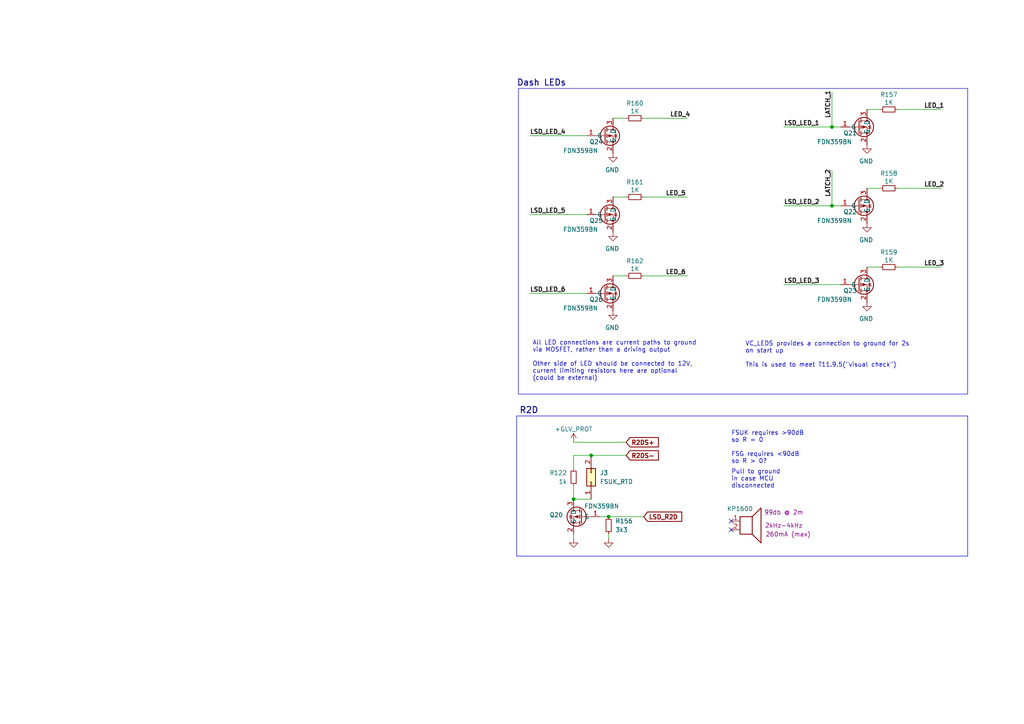
<source format=kicad_sch>
(kicad_sch (version 20250114) (generator "eeschema") (generator_version "9.0")
  (paper "A4")
  (lib_symbols
    (symbol "Connector_Generic:Conn_02x01" (pin_names (offset 1.016) (hide yes))
      (property "Reference" "J" (at 1.27 2.54 0))
      (property "Value" "Conn_02x01" (at 1.27 -2.54 0))
      (symbol "Conn_02x01_1_1"
        (rectangle (start -1.27 1.27) (end 3.81 -1.27) (stroke (width 0.254)) (fill (type background)))
        (rectangle (start -1.27 0.127) (end 0 -0.127) (stroke (width 0.1524)))
        (rectangle (start 3.81 0.127) (end 2.54 -0.127) (stroke (width 0.1524)))
        (pin passive line (at -5.08 0 0) (length 3.81) (name "Pin_1") (number "1"))
        (pin passive line (at 7.62 0 180) (length 3.81) (name "Pin_2") (number "2"))
      )
    )
    (symbol "Device:R_Small" (pin_numbers (hide yes)) (pin_names (offset 0.254) (hide yes))
      (property "Reference" "R" (at 0.762 0.508 0))
      (property "Value" "R_Small" (at 0.762 -1.016 0))
      (symbol "R_Small_0_1"
        (rectangle (start -0.762 1.778) (end 0.762 -1.778) (stroke (width 0.2032)))
      )
      (symbol "R_Small_1_1"
        (pin passive line (at 0 2.54 270) (length 0.762) (name "~") (number "1"))
        (pin passive line (at 0 -2.54 90) (length 0.762) (name "~") (number "2"))
      )
    )
    (symbol "Device:Speaker" (pin_names (offset 0) (hide yes))
      (property "Reference" "LS" (at 1.27 5.715 0))
      (property "Value" "Speaker" (at 1.27 3.81 0))
      (symbol "Speaker_0_0"
        (rectangle (start -2.54 1.27) (end 1.016 -3.81) (stroke (width 0.254)))
        (polyline (pts (xy 1.016 1.27) (xy 3.556 3.81) (xy 3.556 -6.35) (xy 1.016 -3.81)) (stroke (width 0.254)))
      )
      (symbol "Speaker_1_1"
        (pin input line (at -5.08 0 0) (length 2.54) (name "1") (number "1"))
        (pin input line (at -5.08 -2.54 0) (length 2.54) (name "2") (number "2"))
      )
    )
    (symbol "SUFST:FDN359BN"
      (property "Reference" "Q" (at 0 0 0))
      (property "Value" "FDN359BN" (at 6.35 3.81 0))
      (symbol "FDN359BN_0_1"
        (polyline (pts (xy -2.286 1.905) (xy -2.286 -1.905)) (stroke (width 0.254)))
        (polyline (pts (xy -2.286 0) (xy -5.08 0)))
        (polyline (pts (xy -1.778 2.286) (xy -1.778 1.27)) (stroke (width 0.254)))
        (polyline (pts (xy -1.778 1.778) (xy 0.762 1.778) (xy 0.762 -1.778) (xy -1.778 -1.778)))
        (polyline (pts (xy -1.778 0.508) (xy -1.778 -0.508)) (stroke (width 0.254)))
        (polyline (pts (xy -1.778 -1.27) (xy -1.778 -2.286)) (stroke (width 0.254)))
        (circle (center -0.889 0) (radius 2.794) (stroke (width 0.254)))
        (polyline (pts (xy -0.254 0) (xy -1.27 0.381) (xy -1.27 -0.381) (xy -0.254 0)) (fill (type outline)))
        (polyline (pts (xy 0 2.54) (xy 0 1.778)))
        (circle (center 0 1.778) (radius 0.254) (fill (type outline)))
        (circle (center 0 -1.778) (radius 0.254) (fill (type outline)))
        (polyline (pts (xy 0 -2.54) (xy 0 0) (xy -1.778 0)))
        (polyline (pts (xy 0.254 -0.508) (xy 0.381 -0.381) (xy 1.143 -0.381) (xy 1.27 -0.254)))
        (polyline (pts (xy 0.762 -0.381) (xy 0.381 0.254) (xy 1.143 0.254) (xy 0.762 -0.381)))
      )
      (symbol "FDN359BN_1_1"
        (pin input line (at -7.62 0 0) (length 2.54) (name "G") (number "1"))
        (pin passive line (at 0 5.08 270) (length 2.54) (name "D") (number "3"))
        (pin passive line (at 0 -5.08 90) (length 2.54) (name "S") (number "2"))
      )
    )
    (symbol "power:+12V" (power) (pin_names (offset 0))
      (property "Value" "+12V" (at 0 3.556 0))
      (symbol "+12V_0_1"
        (polyline (pts (xy -0.762 1.27) (xy 0 2.54)))
        (polyline (pts (xy 0 2.54) (xy 0.762 1.27)))
        (polyline (pts (xy 0 0) (xy 0 2.54)))
      )
      (symbol "+12V_1_1"
        (pin power_in line (at 0 0 90) (length 0) (hide yes) (name "+12V") (number "1"))
      )
    )
    (symbol "power:GND" (power) (pin_numbers (hide yes)) (pin_names (offset 0) (hide yes))
      (property "Value" "GND" (at 0 -3.81 0))
      (symbol "GND_0_1"
        (polyline (pts (xy 0 0) (xy 0 -1.27) (xy 1.27 -1.27) (xy 0 -2.54) (xy -1.27 -1.27) (xy 0 -1.27)))
      )
      (symbol "GND_1_1"
        (pin power_in line (at 0 0 270) (length 0) (name "~") (number "1"))
      )
    )
  )
  (rectangle (start 150.368 25.654) (end 280.67 114.3))
  (rectangle (start 149.86 120.65) (end 280.67 161.29))
  (text "FSUK requires >90dB \nso R = 0\n\nFSG requires <90dB \nso R > 0?" (at 212.09 134.62 0) (effects (font (size 1.27 1.27)) (justify left bottom)))
  (text "Pull to ground\nin case MCU\ndisconnected" (at 212.09 141.732 0) (effects (font (size 1.27 1.27)) (justify left bottom)))
  (text "Dash LEDs" (at 149.86 24.13 0) (effects (font (size 1.778 1.778) (thickness 0.254) (bold yes)) (justify left)))
  (text "R2D\n" (at 150.622 119.126 0) (effects (font (size 1.778 1.778) (thickness 0.254) (bold yes)) (justify left)))
  (text "VC_LEDS provides a connection to ground for 2s \non start up\n\nThis is used to meet T11.9.5(\"visual check\")" (at 216.154 106.68 0) (effects (font (size 1.27 1.27)) (justify left bottom)))
  (text "All LED connections are current paths to ground \nvia MOSFET, rather than a driving output\n\nOther side of LED should be connected to 12V, \ncurrent limiting resistors here are optional \n(could be external)\n" (at 154.432 110.49 0) (effects (font (size 1.27 1.27)) (justify left bottom)))
  (junction (at 171.45 132.08))
  (junction (at 176.53 149.86))
  (junction (at 166.37 144.78))
  (junction (at 241.3 59.69))
  (junction (at 241.3 36.83))
  (no_connect (at 212.09 151.13))
  (no_connect (at 212.09 153.67))
  (wire (pts (xy 181.61 34.29) (xy 177.8 34.29)))
  (wire (pts (xy 260.35 31.75) (xy 273.05 31.75)))
  (wire (pts (xy 273.05 77.47) (xy 260.35 77.47)))
  (wire (pts (xy 166.37 144.78) (xy 171.45 144.78)))
  (wire (pts (xy 199.39 57.15) (xy 186.69 57.15)))
  (wire (pts (xy 243.84 59.69) (xy 241.3 59.69)))
  (wire (pts (xy 199.39 34.29) (xy 186.69 34.29)))
  (wire (pts (xy 170.18 85.09) (xy 153.67 85.09)))
  (wire (pts (xy 170.18 62.23) (xy 153.67 62.23)))
  (wire (pts (xy 227.33 36.83) (xy 241.3 36.83)))
  (wire (pts (xy 166.37 132.08) (xy 166.37 135.89)))
  (wire (pts (xy 176.53 149.86) (xy 173.99 149.86)))
  (wire (pts (xy 166.37 154.94) (xy 166.37 156.21)))
  (wire (pts (xy 243.84 82.55) (xy 227.33 82.55)))
  (wire (pts (xy 181.61 128.27) (xy 166.37 128.27)))
  (wire (pts (xy 241.3 26.67) (xy 241.3 36.83)))
  (wire (pts (xy 170.18 39.37) (xy 153.67 39.37)))
  (wire (pts (xy 241.3 49.53) (xy 241.3 59.69)))
  (wire (pts (xy 255.27 54.61) (xy 251.46 54.61)))
  (wire (pts (xy 171.45 132.08) (xy 181.61 132.08)))
  (wire (pts (xy 255.27 77.47) (xy 251.46 77.47)))
  (wire (pts (xy 255.27 31.75) (xy 251.46 31.75)))
  (wire (pts (xy 273.05 54.61) (xy 260.35 54.61)))
  (wire (pts (xy 181.61 80.01) (xy 177.8 80.01)))
  (wire (pts (xy 227.33 59.69) (xy 241.3 59.69)))
  (wire (pts (xy 243.84 36.83) (xy 241.3 36.83)))
  (wire (pts (xy 199.39 80.01) (xy 186.69 80.01)))
  (wire (pts (xy 176.53 149.86) (xy 186.69 149.86)))
  (wire (pts (xy 176.53 154.94) (xy 176.53 156.21)))
  (wire (pts (xy 181.61 57.15) (xy 177.8 57.15)))
  (wire (pts (xy 166.37 132.08) (xy 171.45 132.08)))
  (wire (pts (xy 166.37 140.97) (xy 166.37 144.78)))
  (label "LATCH_2" (at 241.3 57.15 90) (effects (font (thickness 0.254) (bold yes))))
  (label "LSD_LED_5" (at 153.67 62.23 0) (effects (font (thickness 0.254) (bold yes))))
  (label "LSD_LED_4" (at 153.67 39.37 0) (effects (font (thickness 0.254) (bold yes))))
  (label "LED_4" (at 194.31 34.29 0) (effects (font (thickness 0.254) (bold yes))))
  (label "LED_6" (at 193.04 80.01 0) (effects (font (thickness 0.254) (bold yes))))
  (label "LSD_LED_3" (at 227.33 82.55 0) (effects (font (thickness 0.254) (bold yes))))
  (label "LED_2" (at 267.97 54.61 0) (effects (font (thickness 0.254) (bold yes))))
  (label "LSD_LED_1" (at 227.33 36.83 0) (effects (font (thickness 0.254) (bold yes))))
  (label "LED_3" (at 267.97 77.47 0) (effects (font (thickness 0.254) (bold yes))))
  (label "LSD_LED_2" (at 227.33 59.69 0) (effects (font (thickness 0.254) (bold yes))))
  (label "LSD_LED_6" (at 153.67 85.09 0) (effects (font (thickness 0.254) (bold yes))))
  (label "LED_5" (at 193.04 57.15 0) (effects (font (thickness 0.254) (bold yes))))
  (label "LED_1" (at 267.97 31.75 0) (effects (font (thickness 0.254) (bold yes))))
  (label "LATCH_1" (at 241.3 34.29 90) (effects (font (thickness 0.254) (bold yes))))
  (global_label "R2DS+" (shape input) (at 181.61 128.27 0) (effects (font (thickness 0.254) (bold yes))) (property "Intersheetrefs" "${INTERSHEET_REFS}" (effects (hide yes))))
  (global_label "LSD_R2D" (shape input) (at 186.69 149.86 0) (effects (font (thickness 0.254) (bold yes))) (property "Intersheetrefs" "${INTERSHEET_REFS}" (effects (hide yes))))
  (global_label "R2DS-" (shape input) (at 181.61 132.08 0) (effects (font (thickness 0.254) (bold yes))) (property "Intersheetrefs" "${INTERSHEET_REFS}" (effects (hide yes))))
  (symbol (lib_id "SUFST:FDN359BN") (at 251.46 82.55 0) (unit 1)
    (property "Reference" "Q23" (at 244.602 84.328 0) (effects (justify left)))
    (property "Value" "FDN359BN" (at 236.982 86.868 0) (effects (justify left)))
    (property "Footprint" "Package_TO_SOT_SMD:SOT-23_Handsoldering" (effects (hide yes)))
    (property "Datasheet" "https://www.onsemi.com/download/data-sheet/pdf/fdn359bn-d.pdf" (effects (hide yes)))
    (property "Supplier" "Mouser" (effects (hide yes)))
    (property "Order Code" "512-FDN359BN" (effects (hide yes)))
    (property "Optional" "False" (effects (hide yes)))
  )
  (symbol (lib_id "Device:R_Small") (at 184.15 80.01 90) (mirror x) (unit 1)
    (property "Reference" "R162" (at 184.15 75.692 90))
    (property "Value" "1K" (at 184.15 77.978 90))
    (property "Footprint" "Resistor_SMD:R_0402_1005Metric" (effects (hide yes)))
    (property "Optional" "False" (effects (hide yes)))
    (property "Supplier" "Mouser" (effects (hide yes)))
  )
  (symbol (lib_id "power:GND") (at 177.8 90.17 0) (mirror y) (unit 1)
    (property "Reference" "#PWR0231" (effects (hide yes)))
    (property "Value" "GND" (at 177.546 94.996 0))
    (property "Description" "Power symbol creates a global label with name \"GND\" , ground" (effects (hide yes)))
  )
  (symbol (lib_id "Device:R_Small") (at 257.81 54.61 90) (mirror x) (unit 1)
    (property "Reference" "R158" (at 257.81 50.292 90))
    (property "Value" "1K" (at 257.81 52.578 90))
    (property "Footprint" "Resistor_SMD:R_0402_1005Metric" (effects (hide yes)))
    (property "Optional" "False" (effects (hide yes)))
    (property "Supplier" "Mouser" (effects (hide yes)))
  )
  (symbol (lib_id "Device:R_Small") (at 176.53 152.4 180) (unit 1)
    (property "Reference" "R156" (at 178.435 151.1299 0) (effects (justify right)))
    (property "Value" "3k3" (at 178.435 153.6699 0) (effects (justify right)))
    (property "Footprint" "Resistor_SMD:R_0402_1005Metric" (effects (hide yes)))
    (property "Supplier" "Mouser" (effects (hide yes)))
    (property "Optional" "True" (effects (hide yes)))
  )
  (symbol (lib_id "Device:Speaker") (at 217.17 151.13 0) (unit 1) (on_board no)
    (property "Reference" "#SP3" (effects (hide yes)))
    (property "Value" "KP1600" (at 210.82 147.574 0) (effects (justify left)))
    (property "Notes" "99db @ 2m" (at 227.33 148.59 0))
    (property "Freq" "2kHz-4kHz" (at 227.33 152.4 0))
    (property "Current" "260mA (max)" (at 228.6 154.94 0))
  )
  (symbol (lib_id "Connector_Generic:Conn_02x01") (at 171.45 139.7 90) (unit 1)
    (property "Reference" "J3" (at 173.99 137.16 90) (effects (justify right)))
    (property "Value" "FSUK_RTD" (at 173.99 139.7 90) (effects (justify right)))
    (property "Footprint" "Connector_PinHeader_2.54mm:PinHeader_1x02_P2.54mm_Vertical" (effects (hide yes)))
  )
  (symbol (lib_id "SUFST:FDN359BN") (at 177.8 62.23 0) (unit 1)
    (property "Reference" "Q25" (at 170.942 64.008 0) (effects (justify left)))
    (property "Value" "FDN359BN" (at 163.322 66.548 0) (effects (justify left)))
    (property "Footprint" "Package_TO_SOT_SMD:SOT-23_Handsoldering" (effects (hide yes)))
    (property "Datasheet" "https://www.onsemi.com/download/data-sheet/pdf/fdn359bn-d.pdf" (effects (hide yes)))
    (property "Supplier" "Mouser" (effects (hide yes)))
    (property "Order Code" "512-FDN359BN" (effects (hide yes)))
    (property "Optional" "False" (effects (hide yes)))
  )
  (symbol (lib_id "Device:R_Small") (at 166.37 138.43 0) (mirror x) (unit 1)
    (property "Reference" "R122" (at 164.465 137.1599 0) (effects (justify right)))
    (property "Value" "1k" (at 164.465 139.6999 0) (effects (justify right)))
    (property "Footprint" "Resistor_SMD:R_0402_1005Metric" (effects (hide yes)))
    (property "Supplier" "Mouser" (effects (hide yes)))
    (property "Optional" "True" (effects (hide yes)))
  )
  (symbol (lib_id "power:GND") (at 176.53 156.21 0) (mirror y) (unit 1)
    (property "Reference" "#PWR0225" (effects (hide yes)))
    (property "Value" "GND" (effects (hide yes)))
  )
  (symbol (lib_id "power:GND") (at 251.46 87.63 0) (mirror y) (unit 1)
    (property "Reference" "#PWR0228" (effects (hide yes)))
    (property "Value" "GND" (at 251.206 92.456 0))
    (property "Description" "Power symbol creates a global label with name \"GND\" , ground" (effects (hide yes)))
  )
  (symbol (lib_id "Device:R_Small") (at 184.15 57.15 90) (mirror x) (unit 1)
    (property "Reference" "R161" (at 184.15 52.832 90))
    (property "Value" "1K" (at 184.15 55.118 90))
    (property "Footprint" "Resistor_SMD:R_0402_1005Metric" (effects (hide yes)))
    (property "Optional" "False" (effects (hide yes)))
    (property "Supplier" "Mouser" (effects (hide yes)))
  )
  (symbol (lib_id "power:GND") (at 251.46 64.77 0) (mirror y) (unit 1)
    (property "Reference" "#PWR0227" (effects (hide yes)))
    (property "Value" "GND" (at 251.206 69.596 0))
    (property "Description" "Power symbol creates a global label with name \"GND\" , ground" (effects (hide yes)))
  )
  (symbol (lib_id "Device:R_Small") (at 184.15 34.29 90) (mirror x) (unit 1)
    (property "Reference" "R160" (at 184.15 29.972 90))
    (property "Value" "1K" (at 184.15 32.258 90))
    (property "Footprint" "Resistor_SMD:R_0402_1005Metric" (effects (hide yes)))
    (property "Optional" "False" (effects (hide yes)))
    (property "Supplier" "Mouser" (effects (hide yes)))
  )
  (symbol (lib_id "SUFST:FDN359BN") (at 251.46 59.69 0) (unit 1)
    (property "Reference" "Q22" (at 244.602 61.468 0) (effects (justify left)))
    (property "Value" "FDN359BN" (at 236.982 64.008 0) (effects (justify left)))
    (property "Footprint" "Package_TO_SOT_SMD:SOT-23_Handsoldering" (effects (hide yes)))
    (property "Datasheet" "https://www.onsemi.com/download/data-sheet/pdf/fdn359bn-d.pdf" (effects (hide yes)))
    (property "Supplier" "Mouser" (effects (hide yes)))
    (property "Order Code" "512-FDN359BN" (effects (hide yes)))
    (property "Optional" "False" (effects (hide yes)))
  )
  (symbol (lib_id "power:+12V") (at 166.37 128.27 0) (mirror y) (unit 1)
    (property "Reference" "#PWR0223" (effects (hide yes)))
    (property "Value" "+GLV_PROT" (at 166.37 124.46 0))
  )
  (symbol (lib_id "power:GND") (at 177.8 67.31 0) (mirror y) (unit 1)
    (property "Reference" "#PWR0230" (effects (hide yes)))
    (property "Value" "GND" (at 177.546 72.136 0))
    (property "Description" "Power symbol creates a global label with name \"GND\" , ground" (effects (hide yes)))
  )
  (symbol (lib_id "power:GND") (at 177.8 44.45 0) (mirror y) (unit 1)
    (property "Reference" "#PWR0229" (effects (hide yes)))
    (property "Value" "GND" (at 177.546 49.276 0))
    (property "Description" "Power symbol creates a global label with name \"GND\" , ground" (effects (hide yes)))
  )
  (symbol (lib_id "Device:R_Small") (at 257.81 31.75 90) (mirror x) (unit 1)
    (property "Reference" "R157" (at 257.81 27.432 90))
    (property "Value" "1K" (at 257.81 29.718 90))
    (property "Footprint" "Resistor_SMD:R_0402_1005Metric" (effects (hide yes)))
    (property "Optional" "False" (effects (hide yes)))
    (property "Supplier" "Mouser" (effects (hide yes)))
  )
  (symbol (lib_id "power:GND") (at 251.46 41.91 0) (mirror y) (unit 1)
    (property "Reference" "#PWR0226" (effects (hide yes)))
    (property "Value" "GND" (at 251.206 46.736 0))
    (property "Description" "Power symbol creates a global label with name \"GND\" , ground" (effects (hide yes)))
  )
  (symbol (lib_id "SUFST:FDN359BN") (at 251.46 36.83 0) (unit 1)
    (property "Reference" "Q21" (at 244.602 38.608 0) (effects (justify left)))
    (property "Value" "FDN359BN" (at 236.982 41.148 0) (effects (justify left)))
    (property "Footprint" "Package_TO_SOT_SMD:SOT-23_Handsoldering" (effects (hide yes)))
    (property "Datasheet" "https://www.onsemi.com/download/data-sheet/pdf/fdn359bn-d.pdf" (effects (hide yes)))
    (property "Supplier" "Mouser" (effects (hide yes)))
    (property "Order Code" "512-FDN359BN" (effects (hide yes)))
    (property "Optional" "False" (effects (hide yes)))
  )
  (symbol (lib_id "power:GND") (at 166.37 156.21 0) (mirror y) (unit 1)
    (property "Reference" "#PWR0224" (effects (hide yes)))
    (property "Value" "GND" (effects (hide yes)))
  )
  (symbol (lib_id "SUFST:FDN359BN") (at 177.8 39.37 0) (unit 1)
    (property "Reference" "Q24" (at 170.942 41.148 0) (effects (justify left)))
    (property "Value" "FDN359BN" (at 163.322 43.688 0) (effects (justify left)))
    (property "Footprint" "Package_TO_SOT_SMD:SOT-23_Handsoldering" (effects (hide yes)))
    (property "Datasheet" "https://www.onsemi.com/download/data-sheet/pdf/fdn359bn-d.pdf" (effects (hide yes)))
    (property "Supplier" "Mouser" (effects (hide yes)))
    (property "Order Code" "512-FDN359BN" (effects (hide yes)))
    (property "Optional" "False" (effects (hide yes)))
  )
  (symbol (lib_id "SUFST:FDN359BN") (at 177.8 85.09 0) (unit 1)
    (property "Reference" "Q26" (at 170.942 86.868 0) (effects (justify left)))
    (property "Value" "FDN359BN" (at 163.322 89.408 0) (effects (justify left)))
    (property "Footprint" "Package_TO_SOT_SMD:SOT-23_Handsoldering" (effects (hide yes)))
    (property "Datasheet" "https://www.onsemi.com/download/data-sheet/pdf/fdn359bn-d.pdf" (effects (hide yes)))
    (property "Supplier" "Mouser" (effects (hide yes)))
    (property "Order Code" "512-FDN359BN" (effects (hide yes)))
    (property "Optional" "False" (effects (hide yes)))
  )
  (symbol (lib_id "Device:R_Small") (at 257.81 77.47 90) (mirror x) (unit 1)
    (property "Reference" "R159" (at 257.81 73.152 90))
    (property "Value" "1K" (at 257.81 75.438 90))
    (property "Footprint" "Resistor_SMD:R_0402_1005Metric" (effects (hide yes)))
    (property "Optional" "False" (effects (hide yes)))
    (property "Supplier" "Mouser" (effects (hide yes)))
  )
  (symbol (lib_id "SUFST:FDN359BN") (at 166.37 149.86 0) (mirror y) (unit 1)
    (property "Reference" "Q20" (at 163.322 149.352 0) (effects (justify left)))
    (property "Value" "FDN359BN" (at 179.578 146.812 0) (effects (justify left)))
    (property "Footprint" "Package_TO_SOT_SMD:SOT-23_Handsoldering" (effects (hide yes)))
    (property "Datasheet" "https://www.onsemi.com/download/data-sheet/pdf/fdn359bn-d.pdf" (effects (hide yes)))
    (property "Supplier" "Mouser" (effects (hide yes)))
    (property "Order Code" "512-FDN359BN" (effects (hide yes)))
    (property "Optional" "False" (effects (hide yes)))
  )
)
</source>
